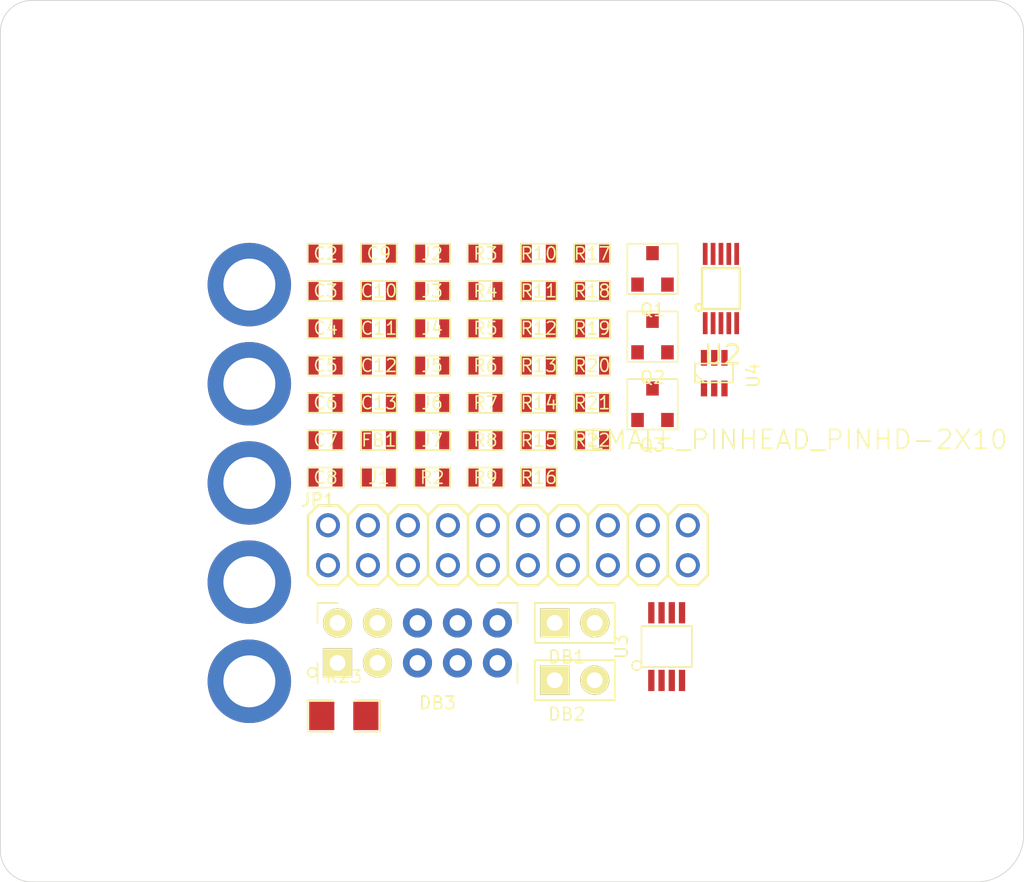
<source format=kicad_pcb>
(kicad_pcb (version 20241229) (generator "pcbnew") (generator_version "9.0")
  (layers (0 "F.Cu" signal) (2 "B.Cu" signal) (13 "F.Paste" user) (15 "B.Paste" user) (5 "F.SilkS" user "F.Silkscreen") (7 "B.SilkS" user "B.Silkscreen") (1 "F.Mask" user) (3 "B.Mask" user) (25 "Edge.Cuts" user))
  (net 0 "")
  (net 1 "+3V3")
  (net 2 "GND")
  (net 3 "+VPA")
  (net 4 "Net-(U3-Vdd)")
  (net 5 "dash")
  (net 6 "dot")
  (net 7 "Net-(U3-AIN3)")
  (net 8 "key")
  (net 9 "ptt")
  (net 10 "INTTR")
  (net 11 "Vtemp")
  (net 12 "rb_inttr")
  (net 13 "EXTTR")
  (net 14 "rb_exttr")
  (net 15 "Vipa")
  (net 16 "+VBIAS")
  (net 17 "Net-(U3-AIN2)")
  (net 18 "Net-(U3-AIN1)")
  (net 19 "SDA")
  (net 20 "SCL")
  (net 21 "Net-(U3-AIN0)")
  (net 22 "+3.3V")
  (net 23 "/AIN2")
  (net 24 "/AIN1")
  (net 26 "envpa")
  (net 28 "bias")
  (net 30 "bias0")
  (net 31 "bias1")
  (net 35 "Net-(U2-P1B)")
  (net 36 "Net-(U2-P0B)")
  (net 37 "Net-(U4-IN-)")
  (net 38 "EXTDOT")
  (net 39 "EXTDASH")
  (net 40 "EXTPTT")
  (net 41 "EXTKEY")
  (net 42 "fpga_sda")
  (net 43 "rpi_sda")
  (net 44 "fpga_scl")
  (net 45 "rpi_scl")
  (footprint "HERMESLITE:m3" (layer "F.Cu") (at 105.815 107.955)
    (property "Reference" "MH4" (hide yes))
    (property "Value" "DNI" (hide yes))
    (pad "1" thru_hole circle (at 0 0) (size 5.3 5.3) (drill 3.3) (layers "*.Cu" "*.Mask") (net 2 "GND"))
  )
  (footprint "HERMESLITE:SMD-0603" (layer "F.Cu") (at 120.816 96.57)
    (property "Reference" "R7" (at 0 0 0) (layer "F.SilkS") (effects (font (size 0.8 0.8) (thickness 0.1))))
    (property "Value" "2.2K" (hide yes))
    (pad "1" smd rect (at -0.762 0) (size 0.635 1.143) (layers "F.Cu" "F.Mask" "F.Paste") (net 5 "dash"))
    (pad "2" smd rect (at 0.762 0) (size 0.635 1.143) (layers "F.Cu" "F.Mask" "F.Paste") (net 1 "+3V3"))
  )
  (footprint "HERMESLITE:SMD-0603" (layer "F.Cu") (at 114.044 89.46)
    (property "Reference" "C10" (at 0 0 0) (layer "F.SilkS") (effects (font (size 0.8 0.8) (thickness 0.1))))
    (property "Value" "4.7nF" (hide yes))
    (pad "1" smd rect (at -0.762 0) (size 0.635 1.143) (layers "F.Cu" "F.Mask" "F.Paste") (net 18 "Net-(U3-AIN1)"))
    (pad "2" smd rect (at 0.762 0) (size 0.635 1.143) (layers "F.Cu" "F.Mask" "F.Paste") (net 2 "GND"))
  )
  (footprint "HERMESLITE:SMD-0603" (layer "F.Cu") (at 124.202 94.2)
    (property "Reference" "R13" (at 0 0 0) (layer "F.SilkS") (effects (font (size 0.8 0.8) (thickness 0.1))))
    (property "Value" "9.1K" (hide yes))
    (pad "1" smd rect (at -0.762 0) (size 0.635 1.143) (layers "F.Cu" "F.Mask" "F.Paste") (net 36 "Net-(U2-P0B)"))
    (pad "2" smd rect (at 0.762 0) (size 0.635 1.143) (layers "F.Cu" "F.Mask" "F.Paste") (net 30 "bias0"))
  )
  (footprint "HERMESLITE:SMD-0603" (layer "F.Cu") (at 120.816 98.94)
    (property "Reference" "R8" (at 0 0 0) (layer "F.SilkS") (effects (font (size 0.8 0.8) (thickness 0.1))))
    (property "Value" "2.2K" (hide yes))
    (pad "1" smd rect (at -0.762 0) (size 0.635 1.143) (layers "F.Cu" "F.Mask" "F.Paste") (net 9 "ptt"))
    (pad "2" smd rect (at 0.762 0) (size 0.635 1.143) (layers "F.Cu" "F.Mask" "F.Paste") (net 1 "+3V3"))
  )
  (footprint "HERMESLITE:SMD-0603" (layer "F.Cu") (at 124.202 87.09)
    (property "Reference" "R10" (at 0 0 0) (layer "F.SilkS") (effects (font (size 0.8 0.8) (thickness 0.1))))
    (property "Value" "10K" (hide yes))
    (pad "1" smd rect (at -0.762 0) (size 0.635 1.143) (layers "F.Cu" "F.Mask" "F.Paste") (net 2 "GND"))
    (pad "2" smd rect (at 0.762 0) (size 0.635 1.143) (layers "F.Cu" "F.Mask" "F.Paste") (net 35 "Net-(U2-P1B)"))
  )
  (footprint "HERMESLITE:SMD-0603" (layer "F.Cu") (at 110.658 101.31)
    (property "Reference" "C8" (at 0 0 0) (layer "F.SilkS") (effects (font (size 0.8 0.8) (thickness 0.1))))
    (property "Value" "4.7nF" (hide yes))
    (pad "1" smd rect (at -0.762 0) (size 0.635 1.143) (layers "F.Cu" "F.Mask" "F.Paste") (net 7 "Net-(U3-AIN3)"))
    (pad "2" smd rect (at 0.762 0) (size 0.635 1.143) (layers "F.Cu" "F.Mask" "F.Paste") (net 2 "GND"))
  )
  (footprint "HERMESLITE:SMD-0603" (layer "F.Cu") (at 117.43 94.2)
    (property "Reference" "J5" (at 0 0 0) (layer "F.SilkS") (effects (font (size 0.8 0.8) (thickness 0.1))))
    (property "Value" "JNC" (hide yes))
    (pad "1" smd rect (at -0.762 0) (size 0.635 1.143) (layers "F.Cu" "F.Mask" "F.Paste") (net 7 "Net-(U3-AIN3)"))
    (pad "2" smd rect (at 0.762 0) (size 0.635 1.143) (layers "F.Cu" "F.Mask" "F.Paste") (net 23 "/AIN2"))
  )
  (footprint "HERMESLITE:m3" (layer "F.Cu") (at 105.815 114.255)
    (property "Reference" "MH5" (hide yes))
    (property "Value" "DNI" (hide yes))
    (pad "1" thru_hole circle (at 0 0) (size 5.3 5.3) (drill 3.3) (layers "*.Cu" "*.Mask") (net 2 "GND"))
  )
  (footprint "HERMESLITE:SMD-0603" (layer "F.Cu") (at 110.658 94.2)
    (property "Reference" "C5" (at 0 0 0) (layer "F.SilkS") (effects (font (size 0.8 0.8) (thickness 0.1))))
    (property "Value" "1uF" (hide yes))
    (pad "1" smd rect (at -0.762 0) (size 0.635 1.143) (layers "F.Cu" "F.Mask" "F.Paste") (net 9 "ptt"))
    (pad "2" smd rect (at 0.762 0) (size 0.635 1.143) (layers "F.Cu" "F.Mask" "F.Paste") (net 2 "GND"))
  )
  (footprint "HERMESLITE:m3" (layer "F.Cu") (at 105.815 101.655)
    (property "Reference" "MH3" (hide yes))
    (property "Value" "DNI" (hide yes))
    (pad "1" thru_hole circle (at 0 0) (size 5.3 5.3) (drill 3.3) (layers "*.Cu" "*.Mask") (net 2 "GND"))
  )
  (footprint "HERMESLITE:SMD-0603" (layer "F.Cu") (at 127.588 91.83)
    (property "Reference" "R19" (at 0 0 0) (layer "F.SilkS") (effects (font (size 0.8 0.8) (thickness 0.1))))
    (property "Value" "1K" (hide yes))
    (pad "1" smd rect (at -0.762 0) (size 0.635 1.143) (layers "F.Cu" "F.Mask" "F.Paste") (net 2 "GND"))
    (pad "2" smd rect (at 0.762 0) (size 0.635 1.143) (layers "F.Cu" "F.Mask" "F.Paste") (net 21 "Net-(U3-AIN0)"))
  )
  (footprint "HERMESLITE:SOT23_3" (layer "F.Cu") (at 131.425 89.055)
    (property "Reference" "Q1" (at 0 1.6 0) (layer "F.SilkS") (effects (font (size 0.8 0.8) (thickness 0.1))))
    (property "Value" "MCP9700")
    (pad "1" smd rect (at -0.95 0) (size 0.8 0.9) (layers "F.Cu" "F.Mask" "F.Paste") (net 22 "+3.3V"))
    (pad "2" smd rect (at 0.95 0) (size 0.8 0.9) (layers "F.Cu" "F.Mask" "F.Paste") (net 11 "Vtemp"))
    (pad "3" smd rect (at 0 -2) (size 0.8 0.9) (layers "F.Cu" "F.Mask" "F.Paste") (net 2 "GND"))
  )
  (footprint "HERMESLITE:SMD-0603" (layer "F.Cu") (at 110.658 89.46)
    (property "Reference" "C3" (at 0 0 0) (layer "F.SilkS") (effects (font (size 0.8 0.8) (thickness 0.1))))
    (property "Value" "1uF" (hide yes))
    (pad "1" smd rect (at -0.762 0) (size 0.635 1.143) (layers "F.Cu" "F.Mask" "F.Paste") (net 5 "dash"))
    (pad "2" smd rect (at 0.762 0) (size 0.635 1.143) (layers "F.Cu" "F.Mask" "F.Paste") (net 2 "GND"))
  )
  (footprint "HERMESLITE:SMD-0603" (layer "F.Cu") (at 114.044 91.83)
    (property "Reference" "C11" (at 0 0 0) (layer "F.SilkS") (effects (font (size 0.8 0.8) (thickness 0.1))))
    (property "Value" "4.7nF" (hide yes))
    (pad "1" smd rect (at -0.762 0) (size 0.635 1.143) (layers "F.Cu" "F.Mask" "F.Paste") (net 21 "Net-(U3-AIN0)"))
    (pad "2" smd rect (at 0.762 0) (size 0.635 1.143) (layers "F.Cu" "F.Mask" "F.Paste") (net 2 "GND"))
  )
  (footprint "HERMESLITE:SMD-0603" (layer "F.Cu") (at 120.816 94.2)
    (property "Reference" "R6" (at 0 0 0) (layer "F.SilkS") (effects (font (size 0.8 0.8) (thickness 0.1))))
    (property "Value" "2.2K" (hide yes))
    (pad "1" smd rect (at -0.762 0) (size 0.635 1.143) (layers "F.Cu" "F.Mask" "F.Paste") (net 8 "key"))
    (pad "2" smd rect (at 0.762 0) (size 0.635 1.143) (layers "F.Cu" "F.Mask" "F.Paste") (net 1 "+3V3"))
  )
  (footprint "HERMESLITE:SMD-0603" (layer "F.Cu") (at 110.658 87.09)
    (property "Reference" "C2" (at 0 0 0) (layer "F.SilkS") (effects (font (size 0.8 0.8) (thickness 0.1))))
    (property "Value" "1uF" (hide yes))
    (pad "1" smd rect (at -0.762 0) (size 0.635 1.143) (layers "F.Cu" "F.Mask" "F.Paste") (net 8 "key"))
    (pad "2" smd rect (at 0.762 0) (size 0.635 1.143) (layers "F.Cu" "F.Mask" "F.Paste") (net 2 "GND"))
  )
  (footprint "HERMESLITE:SMD-1206" (layer "F.Cu") (at 111.815 116.455)
    (property "Reference" "R23" (at 0 -2.5 0) (layer "F.SilkS") (effects (font (size 0.8 0.8) (thickness 0.1))))
    (property "Value" "0.04" (hide yes))
    (pad "1" smd rect (at -1.4 0) (size 1.6 1.8) (layers "F.Cu" "F.Mask" "F.Paste") (net 3 "+VPA"))
    (pad "2" smd rect (at 1.4 0) (size 1.6 1.8) (layers "F.Cu" "F.Mask" "F.Paste") (net 37 "Net-(U4-IN-)"))
  )
  (footprint "HERMESLITE:SMD-0603" (layer "F.Cu") (at 117.43 98.94)
    (property "Reference" "J7" (at 0 0 0) (layer "F.SilkS") (effects (font (size 0.8 0.8) (thickness 0.1))))
    (property "Value" "JNC" (hide yes))
    (pad "1" smd rect (at -0.762 0) (size 0.635 1.143) (layers "F.Cu" "F.Mask" "F.Paste") (net 21 "Net-(U3-AIN0)"))
    (pad "2" smd rect (at 0.762 0) (size 0.635 1.143) (layers "F.Cu" "F.Mask" "F.Paste") (net 24 "/AIN1"))
  )
  (footprint "HERMESLITE:SMD-0603" (layer "F.Cu") (at 120.816 101.31)
    (property "Reference" "R9" (at 0 0 0) (layer "F.SilkS") (effects (font (size 0.8 0.8) (thickness 0.1))))
    (property "Value" "2.2K" (hide yes))
    (pad "1" smd rect (at -0.762 0) (size 0.635 1.143) (layers "F.Cu" "F.Mask" "F.Paste") (net 6 "dot"))
    (pad "2" smd rect (at 0.762 0) (size 0.635 1.143) (layers "F.Cu" "F.Mask" "F.Paste") (net 1 "+3V3"))
  )
  (footprint "HERMESLITE:SMD-0603" (layer "F.Cu") (at 124.202 98.94)
    (property "Reference" "R15" (at 0 0 0) (layer "F.SilkS") (effects (font (size 0.8 0.8) (thickness 0.1))))
    (property "Value" "27K" (hide yes))
    (pad "1" smd rect (at -0.762 0) (size 0.635 1.143) (layers "F.Cu" "F.Mask" "F.Paste") (net 30 "bias0"))
    (pad "2" smd rect (at 0.762 0) (size 0.635 1.143) (layers "F.Cu" "F.Mask" "F.Paste") (net 16 "+VBIAS"))
  )
  (footprint "HERMESLITE:SOT23_3" (layer "F.Cu") (at 131.425 97.655)
    (property "Reference" "Q3" (at 0 1.6 0) (layer "F.SilkS") (effects (font (size 0.8 0.8) (thickness 0.1))))
    (property "Value" "NUD3124")
    (pad "1" smd rect (at -0.95 0) (size 0.8 0.9) (layers "F.Cu" "F.Mask" "F.Paste") (net 14 "rb_exttr"))
    (pad "2" smd rect (at 0.95 0) (size 0.8 0.9) (layers "F.Cu" "F.Mask" "F.Paste") (net 2 "GND"))
    (pad "3" smd rect (at 0 -2) (size 0.8 0.9) (layers "F.Cu" "F.Mask" "F.Paste") (net 13 "EXTTR"))
  )
  (footprint "RB:PINHEAD_2X10" (layer "F.Cu") (at 122.2412 105.6112)
    (property "Reference" "JP1" (at -13.23 -2.4 0) (layer "F.SilkS") (effects (font (size 0.8 0.8) (thickness 0.127)) (justify left bottom)))
    (property "Value" "FEMALE_PINHEAD_PINHD-2X10" (at 4 -6 0) (layer "F.SilkS") (effects (font (size 1.2065 1.2065) (thickness 0.1016)) (justify left bottom)))
    (pad "1" thru_hole circle (at -11.43 1.27) (size 1.524 1.524) (drill 1.016) (layers "*.Cu" "*.Mask"))
    (pad "2" thru_hole circle (at -11.43 -1.27) (size 1.524 1.524) (drill 1.016) (layers "*.Cu" "*.Mask"))
    (pad "3" thru_hole circle (at -8.89 1.27) (size 1.524 1.524) (drill 1.016) (layers "*.Cu" "*.Mask") (net 12 "rb_inttr"))
    (pad "4" thru_hole circle (at -8.89 -1.27) (size 1.524 1.524) (drill 1.016) (layers "*.Cu" "*.Mask") (net 14 "rb_exttr"))
    (pad "5" thru_hole circle (at -6.35 1.27) (size 1.524 1.524) (drill 1.016) (layers "*.Cu" "*.Mask") (net 5 "dash"))
    (pad "6" thru_hole circle (at -6.35 -1.27) (size 1.524 1.524) (drill 1.016) (layers "*.Cu" "*.Mask") (net 6 "dot"))
    (pad "7" thru_hole circle (at -3.81 1.27) (size 1.524 1.524) (drill 1.016) (layers "*.Cu" "*.Mask") (net 26 "envpa"))
    (pad "8" thru_hole circle (at -3.81 -1.27) (size 1.524 1.524) (drill 1.016) (layers "*.Cu" "*.Mask") (net 28 "bias"))
    (pad "9" thru_hole circle (at -1.27 1.27) (size 1.524 1.524) (drill 1.016) (layers "*.Cu" "*.Mask"))
    (pad "10" thru_hole circle (at -1.27 -1.27) (size 1.524 1.524) (drill 1.016) (layers "*.Cu" "*.Mask"))
    (pad "11" thru_hole circle (at 1.27 1.27) (size 1.524 1.524) (drill 1.016) (layers "*.Cu" "*.Mask"))
    (pad "12" thru_hole circle (at 1.27 -1.27) (size 1.524 1.524) (drill 1.016) (layers "*.Cu" "*.Mask"))
    (pad "13" thru_hole circle (at 3.81 1.27) (size 1.524 1.524) (drill 1.016) (layers "*.Cu" "*.Mask") (net 8 "key"))
    (pad "14" thru_hole circle (at 3.81 -1.27) (size 1.524 1.524) (drill 1.016) (layers "*.Cu" "*.Mask") (net 9 "ptt"))
    (pad "15" thru_hole circle (at 6.35 1.27) (size 1.524 1.524) (drill 1.016) (layers "*.Cu" "*.Mask") (net 44 "fpga_scl"))
    (pad "16" thru_hole circle (at 6.35 -1.27) (size 1.524 1.524) (drill 1.016) (layers "*.Cu" "*.Mask") (net 42 "fpga_sda"))
    (pad "17" thru_hole circle (at 8.89 1.27) (size 1.524 1.524) (drill 1.016) (layers "*.Cu" "*.Mask") (net 45 "rpi_scl"))
    (pad "18" thru_hole circle (at 8.89 -1.27) (size 1.524 1.524) (drill 1.016) (layers "*.Cu" "*.Mask") (net 43 "rpi_sda"))
    (pad "19" thru_hole circle (at 11.43 1.27) (size 1.524 1.524) (drill 1.016) (layers "*.Cu" "*.Mask") (net 2 "GND"))
    (pad "20" thru_hole circle (at 11.43 -1.27) (size 1.524 1.524) (drill 1.016) (layers "*.Cu" "*.Mask") (net 2 "GND"))
  )
  (footprint "HERMESLITE:SMD-0603" (layer "F.Cu") (at 127.588 98.94)
    (property "Reference" "R22" (at 0 0 0) (layer "F.SilkS") (effects (font (size 0.8 0.8) (thickness 0.1))))
    (property "Value" "4.7K" (hide yes))
    (pad "1" smd rect (at -0.762 0) (size 0.635 1.143) (layers "F.Cu" "F.Mask" "F.Paste") (net 2 "GND"))
    (pad "2" smd rect (at 0.762 0) (size 0.635 1.143) (layers "F.Cu" "F.Mask" "F.Paste") (net 14 "rb_exttr"))
  )
  (footprint "HERMESLITE:PE4259" (layer "F.Cu") (at 134.6965 95.655)
    (property "Reference" "U4" (at 3.1115 -0.8255 90) (layer "F.SilkS") (effects (font (size 0.8 0.8) (thickness 0.1))))
    (property "Value" "INA199A1DC")
    (pad "1" smd rect (at 0 0) (size 0.4 1) (layers "F.Cu" "F.Mask" "F.Paste") (net 2 "GND"))
    (pad "2" smd rect (at 0.65 0) (size 0.4 1) (layers "F.Cu" "F.Mask" "F.Paste") (net 2 "GND"))
    (pad "3" smd rect (at 1.3 0) (size 0.4 1) (layers "F.Cu" "F.Mask" "F.Paste") (net 3 "+VPA"))
    (pad "4" smd rect (at 1.3 -1.95) (size 0.4 1) (layers "F.Cu" "F.Mask" "F.Paste") (net 3 "+VPA"))
    (pad "5" smd rect (at 0.65 -1.95) (size 0.4 1) (layers "F.Cu" "F.Mask" "F.Paste") (net 37 "Net-(U4-IN-)"))
    (pad "6" smd rect (at 0 -1.95) (size 0.4 1) (layers "F.Cu" "F.Mask" "F.Paste") (net 15 "Vipa"))
  )
  (footprint "HERMESLITE:SMD-0603" (layer "F.Cu") (at 110.658 96.57)
    (property "Reference" "C6" (at 0 0 0) (layer "F.SilkS") (effects (font (size 0.8 0.8) (thickness 0.1))))
    (property "Value" "1uF" (hide yes))
    (pad "1" smd rect (at -0.762 0) (size 0.635 1.143) (layers "F.Cu" "F.Mask" "F.Paste") (net 6 "dot"))
    (pad "2" smd rect (at 0.762 0) (size 0.635 1.143) (layers "F.Cu" "F.Mask" "F.Paste") (net 2 "GND"))
  )
  (footprint "HERMESLITE:SMD-0603" (layer "F.Cu") (at 114.044 101.31)
    (property "Reference" "J1" (at 0 0 0) (layer "F.SilkS") (effects (font (size 0.8 0.8) (thickness 0.1))))
    (property "Value" "JNC" (hide yes))
    (pad "1" smd rect (at -0.762 0) (size 0.635 1.143) (layers "F.Cu" "F.Mask" "F.Paste") (net 19 "SDA"))
    (pad "2" smd rect (at 0.762 0) (size 0.635 1.143) (layers "F.Cu" "F.Mask" "F.Paste") (net 42 "fpga_sda"))
  )
  (footprint "HERMESLITE:SMD-0603" (layer "F.Cu") (at 114.044 96.57)
    (property "Reference" "C13" (at 0 0 0) (layer "F.SilkS") (effects (font (size 0.8 0.8) (thickness 0.1))))
    (property "Value" "0.1uF" (hide yes))
    (pad "1" smd rect (at -0.762 0) (size 0.635 1.143) (layers "F.Cu" "F.Mask" "F.Paste") (net 3 "+VPA"))
    (pad "2" smd rect (at 0.762 0) (size 0.635 1.143) (layers "F.Cu" "F.Mask" "F.Paste") (net 2 "GND"))
  )
  (footprint "HERMESLITE:SMD-0603" (layer "F.Cu") (at 117.43 91.83)
    (property "Reference" "J4" (at 0 0 0) (layer "F.SilkS") (effects (font (size 0.8 0.8) (thickness 0.1))))
    (property "Value" "JNC" (hide yes))
    (pad "1" smd rect (at -0.762 0) (size 0.635 1.143) (layers "F.Cu" "F.Mask" "F.Paste") (net 20 "SCL"))
    (pad "2" smd rect (at 0.762 0) (size 0.635 1.143) (layers "F.Cu" "F.Mask" "F.Paste") (net 45 "rpi_scl"))
  )
  (footprint "HERMESLITE:m3" (layer "F.Cu") (at 105.815 95.355)
    (property "Reference" "MH2" (hide yes))
    (property "Value" "DNI" (hide yes))
    (pad "1" thru_hole circle (at 0 0) (size 5.3 5.3) (drill 3.3) (layers "*.Cu" "*.Mask") (net 2 "GND"))
  )
  (footprint "HERMESLITE:SMD-0603" (layer "F.Cu") (at 117.43 96.57)
    (property "Reference" "J6" (at 0 0 0) (layer "F.SilkS") (effects (font (size 0.8 0.8) (thickness 0.1))))
    (property "Value" "JNC" (hide yes))
    (pad "1" smd rect (at -0.762 0) (size 0.635 1.143) (layers "F.Cu" "F.Mask" "F.Paste") (net 18 "Net-(U3-AIN1)"))
    (pad "2" smd rect (at 0.762 0) (size 0.635 1.143) (layers "F.Cu" "F.Mask" "F.Paste") (net 11 "Vtemp"))
  )
  (footprint "HERMESLITE:SMD-0603" (layer "F.Cu") (at 127.588 96.57)
    (property "Reference" "R21" (at 0 0 0) (layer "F.SilkS") (effects (font (size 0.8 0.8) (thickness 0.1))))
    (property "Value" "4.7K" (hide yes))
    (pad "1" smd rect (at -0.762 0) (size 0.635 1.143) (layers "F.Cu" "F.Mask" "F.Paste") (net 2 "GND"))
    (pad "2" smd rect (at 0.762 0) (size 0.635 1.143) (layers "F.Cu" "F.Mask" "F.Paste") (net 12 "rb_inttr"))
  )
  (footprint "HERMESLITE:2x1" (layer "F.Cu") (at 125.215 114.185)
    (property "Reference" "DB2" (at 0.762 2.159 0) (layer "F.SilkS") (effects (font (size 0.8 0.8) (thickness 0.1))))
    (property "Value" "RFD2b")
    (pad "1" thru_hole rect (at 0 0) (size 1.85 1.85) (drill 1) (layers "*.Cu" "*.Mask" "F.SilkS") (net 2 "GND"))
    (pad "2" thru_hole circle (at 2.54 0) (size 1.85 1.85) (drill 1) (layers "*.Cu" "*.Mask" "F.SilkS") (net 24 "/AIN1"))
  )
  (footprint "HERMESLITE:SMD-0603" (layer "F.Cu") (at 120.816 89.46)
    (property "Reference" "R4" (at 0 0 0) (layer "F.SilkS") (effects (font (size 0.8 0.8) (thickness 0.1))))
    (property "Value" "100" (hide yes))
    (pad "1" smd rect (at -0.762 0) (size 0.635 1.143) (layers "F.Cu" "F.Mask" "F.Paste") (net 6 "dot"))
    (pad "2" smd rect (at 0.762 0) (size 0.635 1.143) (layers "F.Cu" "F.Mask" "F.Paste") (net 38 "EXTDOT"))
  )
  (footprint "HERMESLITE:SMD-0603" (layer "F.Cu") (at 124.202 91.83)
    (property "Reference" "R12" (at 0 0 0) (layer "F.SilkS") (effects (font (size 0.8 0.8) (thickness 0.1))))
    (property "Value" "9.1K" (hide yes))
    (pad "1" smd rect (at -0.762 0) (size 0.635 1.143) (layers "F.Cu" "F.Mask" "F.Paste") (net 35 "Net-(U2-P1B)"))
    (pad "2" smd rect (at 0.762 0) (size 0.635 1.143) (layers "F.Cu" "F.Mask" "F.Paste") (net 31 "bias1"))
  )
  (footprint "HERMESLITE:SMD-0603" (layer "F.Cu") (at 114.044 87.09)
    (property "Reference" "C9" (at 0 0 0) (layer "F.SilkS") (effects (font (size 0.8 0.8) (thickness 0.1))))
    (property "Value" "4.7nF" (hide yes))
    (pad "1" smd rect (at -0.762 0) (size 0.635 1.143) (layers "F.Cu" "F.Mask" "F.Paste") (net 17 "Net-(U3-AIN2)"))
    (pad "2" smd rect (at 0.762 0) (size 0.635 1.143) (layers "F.Cu" "F.Mask" "F.Paste") (net 2 "GND"))
  )
  (footprint "HERMESLITE:SOIC-10" (layer "F.Cu") (at 135.773607 89.305)
    (property "Reference" "U2" (at 0.1 4.2 180) (layer "F.SilkS") (effects (font (size 1.2 1.2))))
    (property "Value" "MCP4662")
    (pad "1" smd rect (at -1 2.2) (size 0.3 1.4) (layers "F.Cu" "F.Mask" "F.Paste") (net 2 "GND"))
    (pad "2" smd rect (at -0.5 2.2) (size 0.3 1.4) (layers "F.Cu" "F.Mask" "F.Paste") (net 20 "SCL"))
    (pad "3" smd rect (at 0 2.2) (size 0.3 1.4) (layers "F.Cu" "F.Mask" "F.Paste") (net 19 "SDA"))
    (pad "4" smd rect (at 0.5 2.2) (size 0.3 1.4) (layers "F.Cu" "F.Mask" "F.Paste") (net 2 "GND"))
    (pad "5" smd rect (at 1 2.2) (size 0.3 1.4) (layers "F.Cu" "F.Mask" "F.Paste") (net 35 "Net-(U2-P1B)"))
    (pad "6" smd rect (at 1 -2.2) (size 0.3 1.4) (layers "F.Cu" "F.Mask" "F.Paste") (net 2 "GND"))
    (pad "7" smd rect (at 0.5 -2.2) (size 0.3 1.4) (layers "F.Cu" "F.Mask" "F.Paste") (net 2 "GND"))
    (pad "8" smd rect (at 0 -2.2) (size 0.3 1.4) (layers "F.Cu" "F.Mask" "F.Paste") (net 36 "Net-(U2-P0B)"))
    (pad "9" smd rect (at -0.5 -2.2) (size 0.3 1.4) (layers "F.Cu" "F.Mask" "F.Paste") (net 2 "GND"))
    (pad "10" smd rect (at -1 -2.2) (size 0.3 1.4) (layers "F.Cu" "F.Mask" "F.Paste") (net 1 "+3V3"))
  )
  (footprint "HERMESLITE:SMD-0603" (layer "F.Cu") (at 127.588 87.09)
    (property "Reference" "R17" (at 0 0 0) (layer "F.SilkS") (effects (font (size 0.8 0.8) (thickness 0.1))))
    (property "Value" "1K" (hide yes))
    (pad "1" smd rect (at -0.762 0) (size 0.635 1.143) (layers "F.Cu" "F.Mask" "F.Paste") (net 2 "GND"))
    (pad "2" smd rect (at 0.762 0) (size 0.635 1.143) (layers "F.Cu" "F.Mask" "F.Paste") (net 17 "Net-(U3-AIN2)"))
  )
  (footprint "HERMESLITE:SMD-0603" (layer "F.Cu") (at 124.202 96.57)
    (property "Reference" "R14" (at 0 0 0) (layer "F.SilkS") (effects (font (size 0.8 0.8) (thickness 0.1))))
    (property "Value" "27K" (hide yes))
    (pad "1" smd rect (at -0.762 0) (size 0.635 1.143) (layers "F.Cu" "F.Mask" "F.Paste") (net 31 "bias1"))
    (pad "2" smd rect (at 0.762 0) (size 0.635 1.143) (layers "F.Cu" "F.Mask" "F.Paste") (net 16 "+VBIAS"))
  )
  (footprint "HERMESLITE:SMD-0603" (layer "F.Cu") (at 124.202 89.46)
    (property "Reference" "R11" (at 0 0 0) (layer "F.SilkS") (effects (font (size 0.8 0.8) (thickness 0.1))))
    (property "Value" "10K" (hide yes))
    (pad "1" smd rect (at -0.762 0) (size 0.635 1.143) (layers "F.Cu" "F.Mask" "F.Paste") (net 2 "GND"))
    (pad "2" smd rect (at 0.762 0) (size 0.635 1.143) (layers "F.Cu" "F.Mask" "F.Paste") (net 36 "Net-(U2-P0B)"))
  )
  (footprint "HERMESLITE:SMD-0603" (layer "F.Cu") (at 110.658 98.94)
    (property "Reference" "C7" (at 0 0 0) (layer "F.SilkS") (effects (font (size 0.8 0.8) (thickness 0.1))))
    (property "Value" "0.1uF" (hide yes))
    (pad "1" smd rect (at -0.762 0) (size 0.635 1.143) (layers "F.Cu" "F.Mask" "F.Paste") (net 4 "Net-(U3-Vdd)"))
    (pad "2" smd rect (at 0.762 0) (size 0.635 1.143) (layers "F.Cu" "F.Mask" "F.Paste") (net 2 "GND"))
  )
  (footprint "HERMESLITE:SMD-0603" (layer "F.Cu") (at 124.202 101.31)
    (property "Reference" "R16" (at 0 0 0) (layer "F.SilkS") (effects (font (size 0.8 0.8) (thickness 0.1))))
    (property "Value" "1K" (hide yes))
    (pad "1" smd rect (at -0.762 0) (size 0.635 1.143) (layers "F.Cu" "F.Mask" "F.Paste") (net 2 "GND"))
    (pad "2" smd rect (at 0.762 0) (size 0.635 1.143) (layers "F.Cu" "F.Mask" "F.Paste") (net 7 "Net-(U3-AIN3)"))
  )
  (footprint "HERMESLITE:5x2" (layer "F.Cu") (at 111.415 113.085)
    (property "Reference" "DB3" (at 6.35 2.54 0) (layer "F.SilkS") (effects (font (size 0.8 0.8) (thickness 0.1))))
    (property "Value" "IO10")
    (pad "1" thru_hole rect (at 0 0) (size 1.85 1.85) (drill 1) (layers "*.Cu" "*.Mask" "F.SilkS") (net 2 "GND"))
    (pad "2" thru_hole circle (at 0 -2.54) (size 1.85 1.85) (drill 1) (layers "*.Cu" "*.Mask" "F.SilkS") (net 38 "EXTDOT"))
    (pad "3" thru_hole circle (at 2.54 0) (size 1.85 1.85) (drill 1) (layers "*.Cu" "*.Mask" "F.SilkS") (net 2 "GND"))
    (pad "4" thru_hole circle (at 2.54 -2.54) (size 1.85 1.85) (drill 1) (layers "*.Cu" "*.Mask" "F.SilkS") (net 39 "EXTDASH"))
    (pad "5" thru_hole circle (at 5.08 0) (size 1.85 1.85) (drill 1) (layers "*.Cu" "*.Mask") (net 2 "GND"))
    (pad "6" thru_hole circle (at 5.08 -2.54) (size 1.85 1.85) (drill 1) (layers "*.Cu" "*.Mask") (net 41 "EXTKEY"))
    (pad "7" thru_hole circle (at 7.62 0) (size 1.85 1.85) (drill 1) (layers "*.Cu" "*.Mask") (net 2 "GND"))
    (pad "8" thru_hole circle (at 7.62 -2.54) (size 1.85 1.85) (drill 1) (layers "*.Cu" "*.Mask") (net 40 "EXTPTT"))
    (pad "9" thru_hole circle (at 10.16 0) (size 1.85 1.85) (drill 1) (layers "*.Cu" "*.Mask") (net 2 "GND"))
    (pad "10" thru_hole circle (at 10.16 -2.54) (size 1.85 1.85) (drill 1) (layers "*.Cu" "*.Mask") (net 13 "EXTTR"))
  )
  (footprint "HERMESLITE:SMD-0603" (layer "F.Cu") (at 127.588 89.46)
    (property "Reference" "R18" (at 0 0 0) (layer "F.SilkS") (effects (font (size 0.8 0.8) (thickness 0.1))))
    (property "Value" "1K" (hide yes))
    (pad "1" smd rect (at -0.762 0) (size 0.635 1.143) (layers "F.Cu" "F.Mask" "F.Paste") (net 2 "GND"))
    (pad "2" smd rect (at 0.762 0) (size 0.635 1.143) (layers "F.Cu" "F.Mask" "F.Paste") (net 18 "Net-(U3-AIN1)"))
  )
  (footprint "HERMESLITE:MAX11613" (layer "F.Cu") (at 132.325 112.05)
    (property "Reference" "U3" (at -2.875 0 90) (layer "F.SilkS") (effects (font (size 0.8 0.8) (thickness 0.1))))
    (property "Value" "MAX11613")
    (pad "1" smd rect (at -0.975 2.15) (size 0.4 1.35) (layers "F.Cu" "F.Mask" "F.Paste") (net 21 "Net-(U3-AIN0)"))
    (pad "2" smd rect (at -0.325 2.15) (size 0.4 1.35) (layers "F.Cu" "F.Mask" "F.Paste") (net 18 "Net-(U3-AIN1)"))
    (pad "3" smd rect (at 0.325 2.15) (size 0.4 1.35) (layers "F.Cu" "F.Mask" "F.Paste") (net 17 "Net-(U3-AIN2)"))
    (pad "4" smd rect (at 0.975 2.15) (size 0.4 1.35) (layers "F.Cu" "F.Mask" "F.Paste") (net 7 "Net-(U3-AIN3)"))
    (pad "5" smd rect (at 0.975 -2.15) (size 0.4 1.35) (layers "F.Cu" "F.Mask" "F.Paste") (net 20 "SCL"))
    (pad "6" smd rect (at 0.325 -2.15) (size 0.4 1.35) (layers "F.Cu" "F.Mask" "F.Paste") (net 19 "SDA"))
    (pad "7" smd rect (at -0.325 -2.15) (size 0.4 1.35) (layers "F.Cu" "F.Mask" "F.Paste") (net 2 "GND"))
    (pad "8" smd rect (at -0.975 -2.15) (size 0.4 1.35) (layers "F.Cu" "F.Mask" "F.Paste") (net 4 "Net-(U3-Vdd)"))
  )
  (footprint "HERMESLITE:SMD-0603" (layer "F.Cu") (at 114.044 94.2)
    (property "Reference" "C12" (at 0 0 0) (layer "F.SilkS") (effects (font (size 0.8 0.8) (thickness 0.1))))
    (property "Value" "0.1uF" (hide yes))
    (pad "1" smd rect (at -0.762 0) (size 0.635 1.143) (layers "F.Cu" "F.Mask" "F.Paste") (net 22 "+3.3V"))
    (pad "2" smd rect (at 0.762 0) (size 0.635 1.143) (layers "F.Cu" "F.Mask" "F.Paste") (net 2 "GND"))
  )
  (footprint "HERMESLITE:SMD-0603" (layer "F.Cu") (at 114.044 98.94)
    (property "Reference" "FB1" (at 0 0 0) (layer "F.SilkS") (effects (font (size 0.8 0.8) (thickness 0.1))))
    (property "Value" "FB" (hide yes))
    (pad "1" smd rect (at -0.762 0) (size 0.635 1.143) (layers "F.Cu" "F.Mask" "F.Paste") (net 22 "+3.3V"))
    (pad "2" smd rect (at 0.762 0) (size 0.635 1.143) (layers "F.Cu" "F.Mask" "F.Paste") (net 4 "Net-(U3-Vdd)"))
  )
  (footprint "HERMESLITE:SMD-0603" (layer "F.Cu") (at 120.816 87.09)
    (property "Reference" "R3" (at 0 0 0) (layer "F.SilkS") (effects (font (size 0.8 0.8) (thickness 0.1))))
    (property "Value" "100" (hide yes))
    (pad "1" smd rect (at -0.762 0) (size 0.635 1.143) (layers "F.Cu" "F.Mask" "F.Paste") (net 8 "key"))
    (pad "2" smd rect (at 0.762 0) (size 0.635 1.143) (layers "F.Cu" "F.Mask" "F.Paste") (net 41 "EXTKEY"))
  )
  (footprint "HERMESLITE:SMD-0603" (layer "F.Cu") (at 120.816 91.83)
    (property "Reference" "R5" (at 0 0 0) (layer "F.SilkS") (effects (font (size 0.8 0.8) (thickness 0.1))))
    (property "Value" "100" (hide yes))
    (pad "1" smd rect (at -0.762 0) (size 0.635 1.143) (layers "F.Cu" "F.Mask" "F.Paste") (net 5 "dash"))
    (pad "2" smd rect (at 0.762 0) (size 0.635 1.143) (layers "F.Cu" "F.Mask" "F.Paste") (net 39 "EXTDASH"))
  )
  (footprint "HERMESLITE:SMD-0603" (layer "F.Cu") (at 117.43 89.46)
    (property "Reference" "J3" (at 0 0 0) (layer "F.SilkS") (effects (font (size 0.8 0.8) (thickness 0.1))))
    (property "Value" "JNC" (hide yes))
    (pad "1" smd rect (at -0.762 0) (size 0.635 1.143) (layers "F.Cu" "F.Mask" "F.Paste") (net 20 "SCL"))
    (pad "2" smd rect (at 0.762 0) (size 0.635 1.143) (layers "F.Cu" "F.Mask" "F.Paste") (net 44 "fpga_scl"))
  )
  (footprint "HERMESLITE:SOT23_3" (layer "F.Cu") (at 131.425 93.355)
    (property "Reference" "Q2" (at 0 1.6 0) (layer "F.SilkS") (effects (font (size 0.8 0.8) (thickness 0.1))))
    (property "Value" "NUD3124")
    (pad "1" smd rect (at -0.95 0) (size 0.8 0.9) (layers "F.Cu" "F.Mask" "F.Paste") (net 12 "rb_inttr"))
    (pad "2" smd rect (at 0.95 0) (size 0.8 0.9) (layers "F.Cu" "F.Mask" "F.Paste") (net 2 "GND"))
    (pad "3" smd rect (at 0 -2) (size 0.8 0.9) (layers "F.Cu" "F.Mask" "F.Paste") (net 10 "INTTR"))
  )
  (footprint "HERMESLITE:SMD-0603" (layer "F.Cu") (at 110.658 91.83)
    (property "Reference" "C4" (at 0 0 0) (layer "F.SilkS") (effects (font (size 0.8 0.8) (thickness 0.1))))
    (property "Value" "0.1uF" (hide yes))
    (pad "1" smd rect (at -0.762 0) (size 0.635 1.143) (layers "F.Cu" "F.Mask" "F.Paste") (net 1 "+3V3"))
    (pad "2" smd rect (at 0.762 0) (size 0.635 1.143) (layers "F.Cu" "F.Mask" "F.Paste") (net 2 "GND"))
  )
  (footprint "HERMESLITE:SMD-0603" (layer "F.Cu") (at 117.43 101.31)
    (property "Reference" "R2" (at 0 0 0) (layer "F.SilkS") (effects (font (size 0.8 0.8) (thickness 0.1))))
    (property "Value" "100" (hide yes))
    (pad "1" smd rect (at -0.762 0) (size 0.635 1.143) (layers "F.Cu" "F.Mask" "F.Paste") (net 9 "ptt"))
    (pad "2" smd rect (at 0.762 0) (size 0.635 1.143) (layers "F.Cu" "F.Mask" "F.Paste") (net 40 "EXTPTT"))
  )
  (footprint "HERMESLITE:SMD-0603" (layer "F.Cu") (at 127.588 94.2)
    (property "Reference" "R20" (at 0 0 0) (layer "F.SilkS") (effects (font (size 0.8 0.8) (thickness 0.1))))
    (property "Value" "270" (hide yes))
    (pad "1" smd rect (at -0.762 0) (size 0.635 1.143) (layers "F.Cu" "F.Mask" "F.Paste") (net 17 "Net-(U3-AIN2)"))
    (pad "2" smd rect (at 0.762 0) (size 0.635 1.143) (layers "F.Cu" "F.Mask" "F.Paste") (net 15 "Vipa"))
  )
  (footprint "HERMESLITE:SMD-0603" (layer "F.Cu") (at 117.43 87.09)
    (property "Reference" "J2" (at 0 0 0) (layer "F.SilkS") (effects (font (size 0.8 0.8) (thickness 0.1))))
    (property "Value" "JNC" (hide yes))
    (pad "1" smd rect (at -0.762 0) (size 0.635 1.143) (layers "F.Cu" "F.Mask" "F.Paste") (net 19 "SDA"))
    (pad "2" smd rect (at 0.762 0) (size 0.635 1.143) (layers "F.Cu" "F.Mask" "F.Paste") (net 43 "rpi_sda"))
  )
  (footprint "HERMESLITE:2x1" (layer "F.Cu") (at 125.215 110.545)
    (property "Reference" "DB1" (at 0.762 2.159 0) (layer "F.SilkS") (effects (font (size 0.8 0.8) (thickness 0.1))))
    (property "Value" "RFD2b")
    (pad "1" thru_hole rect (at 0 0) (size 1.85 1.85) (drill 1) (layers "*.Cu" "*.Mask" "F.SilkS") (net 2 "GND"))
    (pad "2" thru_hole circle (at 2.54 0) (size 1.85 1.85) (drill 1) (layers "*.Cu" "*.Mask" "F.SilkS") (net 23 "/AIN2"))
  )
  (footprint "HERMESLITE:m3" (layer "F.Cu") (at 105.815 89.055)
    (property "Reference" "MH1" (hide yes))
    (property "Value" "DNI" (hide yes))
    (pad "1" thru_hole circle (at 0 0) (size 5.3 5.3) (drill 3.3) (layers "*.Cu" "*.Mask") (net 2 "GND"))
  )
  (gr_line (start 90 73) (end 90 125) (stroke (width 0.05)) (layer "Edge.Cuts"))
  (gr_line (start 92 127) (end 152 127) (stroke (width 0.05)) (layer "Edge.Cuts"))
  (gr_line (start 153 71) (end 92 71) (stroke (width 0.05)) (layer "Edge.Cuts"))
  (gr_arc (start 153 71) (mid 154.414214 71.585786) (end 155 73) (stroke (width 0.05)) (layer "Edge.Cuts"))
  (gr_arc (start 90 73) (mid 90.585786 71.585786) (end 92 71) (stroke (width 0.05)) (layer "Edge.Cuts"))
  (gr_arc (start 155 124) (mid 154.12132 126.12132) (end 152 127) (stroke (width 0.05)) (layer "Edge.Cuts"))
  (gr_line (start 155 124) (end 155 73) (stroke (width 0.05)) (layer "Edge.Cuts"))
  (gr_arc (start 92 127) (mid 90.585786 126.414214) (end 90 125) (stroke (width 0.05)) (layer "Edge.Cuts"))
)
</source>
